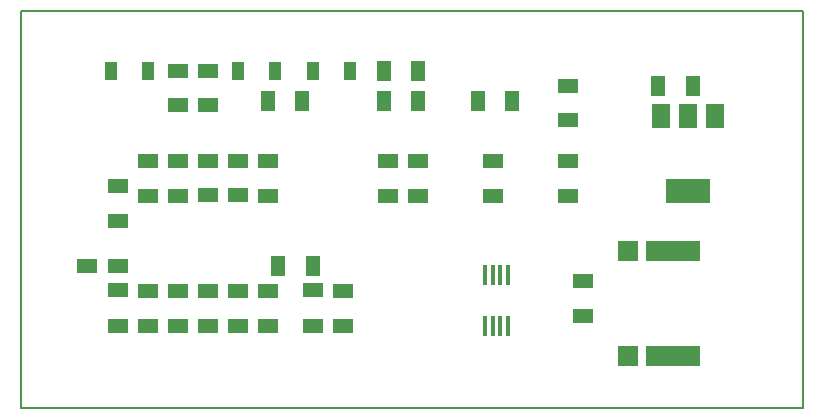
<source format=gbr>
G04 PROTEUS RS274X GERBER FILE*
%FSLAX45Y45*%
%MOMM*%
G01*
%ADD71R,1.143000X1.803400*%
%ADD20R,1.803400X1.143000*%
%ADD21R,1.803400X1.244600*%
%ADD22R,1.016000X1.524000*%
%ADD23R,1.524000X2.032000*%
%ADD24R,3.810000X2.032000*%
%ADD25R,4.572000X1.651000*%
%ADD26R,1.651000X1.651000*%
%ADD27R,0.304800X1.778000*%
%ADD18C,0.203200*%
D71*
X+1052000Y+7366000D03*
X+762000Y+7366000D03*
D20*
X-2286000Y+6350000D03*
X-2286000Y+6640000D03*
D21*
X-2286000Y+5969000D03*
X-2546000Y+5969000D03*
D20*
X+254000Y+6858000D03*
X+254000Y+6558000D03*
X+0Y+6858000D03*
X+0Y+6558000D03*
X-2032000Y+6558000D03*
X-2032000Y+6858000D03*
X+1524000Y+7203000D03*
X+1524000Y+7493000D03*
X-1524000Y+7620000D03*
X-1524000Y+7330000D03*
D71*
X-726000Y+7366000D03*
X-1016000Y+7366000D03*
D20*
X-1778000Y+7620000D03*
X-1778000Y+7330000D03*
D22*
X-1270000Y+7620000D03*
X-955040Y+7620000D03*
X-320040Y+7620000D03*
X-635000Y+7620000D03*
X-2032000Y+7620000D03*
X-2346960Y+7620000D03*
D23*
X+2308860Y+7233920D03*
D24*
X+2540000Y+6604000D03*
D23*
X+2540000Y+7233920D03*
X+2771140Y+7233920D03*
D71*
X+2286000Y+7493000D03*
X+2586000Y+7493000D03*
D20*
X+1524000Y+6858000D03*
X+1524000Y+6558000D03*
X-1778000Y+5751000D03*
X-1778000Y+5461000D03*
X-2032000Y+5461000D03*
X-2032000Y+5751000D03*
X-2286000Y+5461000D03*
X-2286000Y+5761000D03*
D71*
X-36000Y+7620000D03*
X+254000Y+7620000D03*
X-36000Y+7366000D03*
X+254000Y+7366000D03*
D20*
X-1524000Y+5751000D03*
X-1524000Y+5461000D03*
X-1524000Y+6858000D03*
X-1524000Y+6568000D03*
X-1778000Y+6858000D03*
X-1778000Y+6558000D03*
X-1016000Y+5751000D03*
X-1016000Y+5461000D03*
X-381000Y+5751000D03*
X-381000Y+5461000D03*
X-1016000Y+6858000D03*
X-1016000Y+6558000D03*
X-1270000Y+5751000D03*
X-1270000Y+5461000D03*
X-1270000Y+6858000D03*
X-1270000Y+6568000D03*
D25*
X+2413000Y+6096000D03*
X+2413000Y+5207000D03*
D26*
X+2032000Y+5207000D03*
X+2032000Y+6096000D03*
D27*
X+1016000Y+5461000D03*
X+951000Y+5461000D03*
X+886000Y+5461000D03*
X+821000Y+5461000D03*
X+821000Y+5891000D03*
X+886000Y+5891000D03*
X+951000Y+5891000D03*
X+1016000Y+5891000D03*
D20*
X-635000Y+5761000D03*
X-635000Y+5461000D03*
X+1651000Y+5842000D03*
X+1651000Y+5542000D03*
D71*
X-635000Y+5969000D03*
X-935000Y+5969000D03*
D20*
X+889000Y+6858000D03*
X+889000Y+6558000D03*
D18*
X-3108960Y+4765040D02*
X+3512000Y+4765040D01*
X+3512000Y+8128000D01*
X-3108960Y+8128000D01*
X-3108960Y+4765040D01*
M02*

</source>
